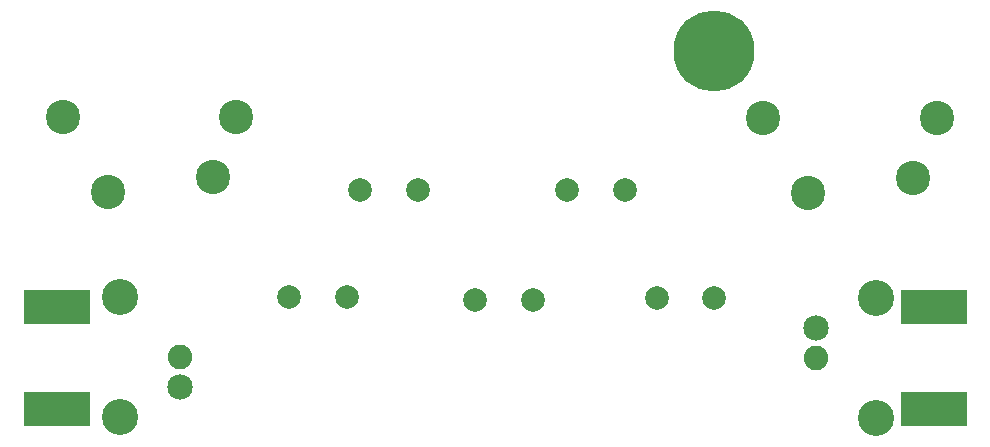
<source format=gbr>
G04 #@! TF.GenerationSoftware,KiCad,Pcbnew,(5.1.5)-3*
G04 #@! TF.CreationDate,2021-08-17T20:52:24-04:00*
G04 #@! TF.ProjectId,CW5,4357352e-6b69-4636-9164-5f7063625858,1*
G04 #@! TF.SameCoordinates,Original*
G04 #@! TF.FileFunction,Soldermask,Bot*
G04 #@! TF.FilePolarity,Negative*
%FSLAX46Y46*%
G04 Gerber Fmt 4.6, Leading zero omitted, Abs format (unit mm)*
G04 Created by KiCad (PCBNEW (5.1.5)-3) date 2021-08-17 20:52:24*
%MOMM*%
%LPD*%
G04 APERTURE LIST*
%ADD10C,6.858000*%
%ADD11C,2.082800*%
%ADD12C,2.159000*%
%ADD13C,3.048000*%
%ADD14R,5.588000X2.921000*%
%ADD15C,2.008000*%
%ADD16C,2.908000*%
G04 APERTURE END LIST*
D10*
X90571000Y-52717400D03*
D11*
X45359000Y-78625400D03*
D12*
X45359000Y-81165400D03*
D13*
X40279000Y-83705400D03*
X40279000Y-73545400D03*
X104287000Y-83832400D03*
X104287000Y-73672400D03*
D12*
X99207000Y-76212400D03*
D11*
X99207000Y-78752400D03*
D14*
X34945000Y-74434400D03*
X34945000Y-83070400D03*
X109240000Y-83070400D03*
X109240000Y-74434400D03*
D15*
X54630000Y-73545400D03*
X59530000Y-73545400D03*
X65552000Y-64528400D03*
X60652000Y-64528400D03*
X75278000Y-73799400D03*
X70378000Y-73799400D03*
X83078000Y-64528400D03*
X78178000Y-64528400D03*
X90645000Y-73672400D03*
X85745000Y-73672400D03*
D16*
X35453000Y-58305400D03*
X50153000Y-58305400D03*
X39263000Y-64655400D03*
X48153000Y-63385400D03*
X107462000Y-63512400D03*
X98572000Y-64782400D03*
X109462000Y-58432400D03*
X94762000Y-58432400D03*
M02*

</source>
